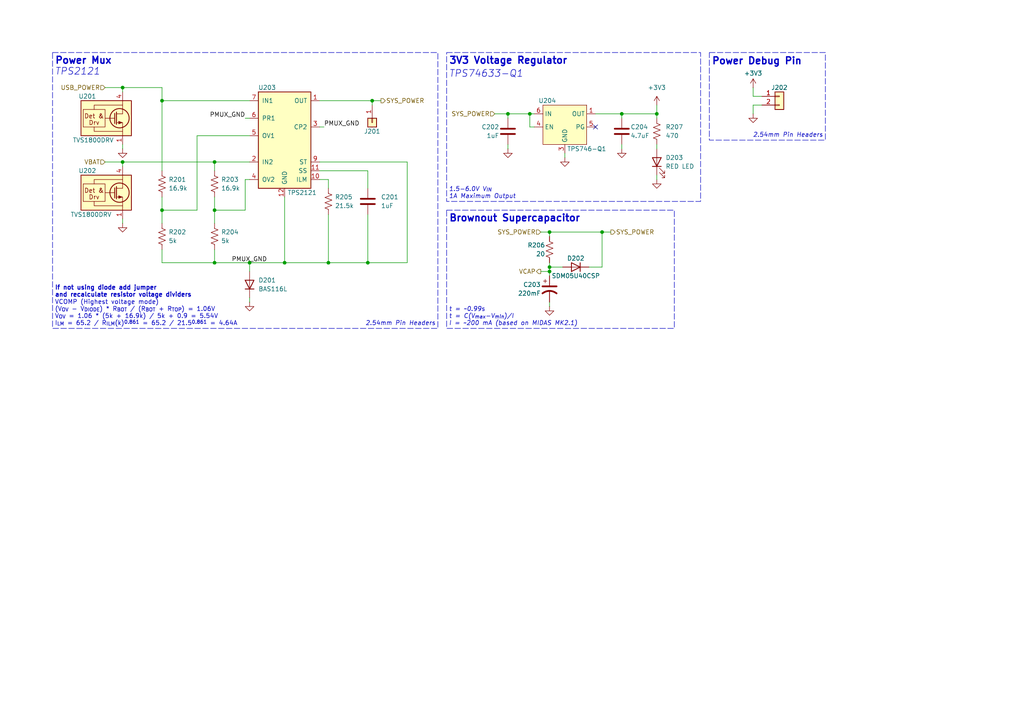
<source format=kicad_sch>
(kicad_sch (version 20250114) (generator "eeschema") (generator_version "9.0")
  (paper "A4")
  (title_block (title "MIDAS Mini Power Circuitry MK1") (date "2025-12-01") (rev "A") (company "Illinois Space Society") (comment 3 "Chethan Karandikar") (comment 4 "Contributors: Himesh Nasaka, Jackie Li, Aarav Dudhia, Thomas McManamen, "))
  (lib_symbols
    (symbol "Connector_Generic:Conn_01x01" (pin_names (offset 1.016) (hide yes))
      (property "Reference" "J" (at 0 2.54 0))
      (property "Value" "Conn_01x01" (at 0 -2.54 0))
      (symbol "Conn_01x01_1_1"
        (rectangle (start -1.27 1.27) (end 1.27 -1.27) (stroke (width 0.254)) (fill (type background)))
        (rectangle (start -1.27 0.127) (end 0 -0.127) (stroke (width 0.1524)))
        (pin passive line (at -5.08 0 0) (length 3.81) (name "Pin_1") (number "1"))
      )
    )
    (symbol "Connector_Generic:Conn_01x02" (pin_names (offset 1.016) (hide yes))
      (property "Reference" "J" (at 0 2.54 0))
      (property "Value" "Conn_01x02" (at 0 -5.08 0))
      (symbol "Conn_01x02_1_1"
        (rectangle (start -1.27 1.27) (end 1.27 -3.81) (stroke (width 0.254)) (fill (type background)))
        (rectangle (start -1.27 0.127) (end 0 -0.127) (stroke (width 0.1524)))
        (rectangle (start -1.27 -2.413) (end 0 -2.667) (stroke (width 0.1524)))
        (pin passive line (at -5.08 0 0) (length 3.81) (name "Pin_1") (number "1"))
        (pin passive line (at -5.08 -2.54 0) (length 3.81) (name "Pin_2") (number "2"))
      )
    )
    (symbol "Device:C" (pin_numbers (hide yes)) (pin_names (offset 0.254))
      (property "Reference" "C" (at 0.635 2.54 0))
      (property "Value" "C" (at 0.635 -2.54 0))
      (symbol "C_0_1"
        (polyline (pts (xy -2.032 0.762) (xy 2.032 0.762)) (stroke (width 0.508)))
        (polyline (pts (xy -2.032 -0.762) (xy 2.032 -0.762)) (stroke (width 0.508)))
      )
      (symbol "C_1_1"
        (pin passive line (at 0 3.81 270) (length 2.794) (name "~") (number "1"))
        (pin passive line (at 0 -3.81 90) (length 2.794) (name "~") (number "2"))
      )
    )
    (symbol "Device:C_Polarized_US" (pin_numbers (hide yes)) (pin_names (offset 0.254) (hide yes))
      (property "Reference" "C" (at 0.635 2.54 0))
      (property "Value" "C_Polarized_US" (at 0.635 -2.54 0))
      (symbol "C_Polarized_US_0_1"
        (polyline (pts (xy -2.032 0.762) (xy 2.032 0.762)) (stroke (width 0.508)))
        (polyline (pts (xy -1.778 2.286) (xy -0.762 2.286)))
        (polyline (pts (xy -1.27 1.778) (xy -1.27 2.794)))
        (arc (start -2.032 -1.27) (mid 0 -0.5572) (end 2.032 -1.27) (stroke (width 0.508)))
      )
      (symbol "C_Polarized_US_1_1"
        (pin passive line (at 0 3.81 270) (length 2.794) (name "~") (number "1"))
        (pin passive line (at 0 -3.81 90) (length 3.302) (name "~") (number "2"))
      )
    )
    (symbol "Device:D" (pin_numbers (hide yes)) (pin_names (offset 1.016) (hide yes))
      (property "Reference" "D" (at 0 2.54 0))
      (property "Value" "D" (at 0 -2.54 0))
      (symbol "D_0_1"
        (polyline (pts (xy -1.27 1.27) (xy -1.27 -1.27)) (stroke (width 0.254)))
        (polyline (pts (xy 1.27 1.27) (xy 1.27 -1.27) (xy -1.27 0) (xy 1.27 1.27)) (stroke (width 0.254)))
        (polyline (pts (xy 1.27 0) (xy -1.27 0)))
      )
      (symbol "D_1_1"
        (pin passive line (at -3.81 0 0) (length 2.54) (name "K") (number "1"))
        (pin passive line (at 3.81 0 180) (length 2.54) (name "A") (number "2"))
      )
    )
    (symbol "Device:LED" (pin_numbers (hide yes)) (pin_names (offset 1.016) (hide yes))
      (property "Reference" "D" (at 0 2.54 0))
      (property "Value" "LED" (at 0 -2.54 0))
      (symbol "LED_0_1"
        (polyline (pts (xy -3.048 -0.762) (xy -4.572 -2.286) (xy -3.81 -2.286) (xy -4.572 -2.286) (xy -4.572 -1.524)))
        (polyline (pts (xy -1.778 -0.762) (xy -3.302 -2.286) (xy -2.54 -2.286) (xy -3.302 -2.286) (xy -3.302 -1.524)))
        (polyline (pts (xy -1.27 0) (xy 1.27 0)))
        (polyline (pts (xy -1.27 -1.27) (xy -1.27 1.27)) (stroke (width 0.254)))
        (polyline (pts (xy 1.27 -1.27) (xy 1.27 1.27) (xy -1.27 0) (xy 1.27 -1.27)) (stroke (width 0.254)))
      )
      (symbol "LED_1_1"
        (pin passive line (at -3.81 0 0) (length 2.54) (name "K") (number "1"))
        (pin passive line (at 3.81 0 180) (length 2.54) (name "A") (number "2"))
      )
    )
    (symbol "Device:R_US" (pin_numbers (hide yes)) (pin_names (offset 0))
      (property "Reference" "R" (at 2.54 0 90))
      (property "Value" "R_US" (at -2.54 0 90))
      (symbol "R_US_0_1"
        (polyline (pts (xy 0 2.286) (xy 0 2.54)))
        (polyline (pts (xy 0 2.286) (xy 1.016 1.905) (xy 0 1.524) (xy -1.016 1.143) (xy 0 0.762)))
        (polyline (pts (xy 0 0.762) (xy 1.016 0.381) (xy 0 0) (xy -1.016 -0.381) (xy 0 -0.762)))
        (polyline (pts (xy 0 -0.762) (xy 1.016 -1.143) (xy 0 -1.524) (xy -1.016 -1.905) (xy 0 -2.286)))
        (polyline (pts (xy 0 -2.286) (xy 0 -2.54)))
      )
      (symbol "R_US_1_1"
        (pin passive line (at 0 3.81 270) (length 1.27) (name "~") (number "1"))
        (pin passive line (at 0 -3.81 90) (length 1.27) (name "~") (number "2"))
      )
    )
    (symbol "Power_MUX:TPS2121" (pin_names (offset 1.016))
      (property "Reference" "U" (at -6.35 16.51 0))
      (property "Value" "TPS2121" (at 3.81 16.51 0))
      (symbol "TPS2121_0_0"
        (rectangle (start -7.62 15.24) (end 7.62 -12.7) (stroke (width 0.254)) (fill (type background)))
        (pin power_in line (at -10.16 12.7 0) (length 2.54) (name "IN1") (number "7"))
        (pin input line (at -10.16 7.62 0) (length 2.54) (name "PR1") (number "6"))
        (pin input line (at -10.16 2.54 0) (length 2.54) (name "OV1") (number "5"))
        (pin power_in line (at -10.16 -5.08 0) (length 2.54) (name "IN2") (number "2"))
        (pin input line (at -10.16 -10.16 0) (length 2.54) (name "OV2") (number "4"))
        (pin power_in line (at 0 -15.24 90) (length 2.54) (name "GND") (number "12"))
        (pin input line (at 10.16 5.08 180) (length 2.54) (name "CP2") (number "3"))
        (pin output line (at 10.16 -5.08 180) (length 2.54) (name "ST") (number "9"))
        (pin output line (at 10.16 -7.62 180) (length 2.54) (name "SS") (number "11"))
        (pin output line (at 10.16 -10.16 180) (length 2.54) (name "ILM") (number "10"))
      )
      (symbol "TPS2121_1_0"
        (pin power_out line (at 10.16 12.7 180) (length 2.54) (name "OUT") (number "1"))
        (pin power_out line (at 10.16 12.7 180) (length 2.54) (hide yes) (name "OUT") (number "8"))
      )
    )
    (symbol "Power_Protection:TVS1800DRV" (pin_names (offset 0) (hide yes))
      (property "Reference" "U" (at 2.54 1.27 0))
      (property "Value" "TVS1800DRV" (at 2.54 -1.27 0))
      (symbol "TVS1800DRV_0_0"
        (rectangle (start -11.43 2.54) (end -5.08 -2.54))
        (polyline (pts (xy -8.255 2.54) (xy -8.255 3.81) (xy 0 3.81)))
        (polyline (pts (xy -8.255 -2.54) (xy -8.255 -3.81) (xy 0 -3.81)))
        (polyline (pts (xy 0 1.27) (xy -1.778 1.27)))
        (text "Det &" (at -8.255 0.635 0) (effects (font (size 1.27 1.27))))
        (text "Drv" (at -8.255 -1.27 0) (effects (font (size 1.27 1.27))))
      )
      (symbol "TVS1800DRV_0_1"
        (rectangle (start -12.065 5.08) (end 2.54 -5.08) (stroke (width 0.254)) (fill (type background)))
        (polyline (pts (xy -2.286 1.397) (xy -2.286 -1.524)) (stroke (width 0.254)))
        (polyline (pts (xy -2.286 0) (xy -5.08 0)))
        (polyline (pts (xy -1.778 1.778) (xy -1.778 -1.778)) (stroke (width 0.254)))
        (circle (center -0.889 0) (radius 2.794) (stroke (width 0.254)))
        (polyline (pts (xy -0.127 -1.27) (xy -1.143 -1.651) (xy -1.143 -0.889) (xy -0.127 -1.27)) (fill (type outline)))
        (polyline (pts (xy 0 5.08) (xy 0 2.54)))
        (polyline (pts (xy 0 2.54) (xy 0 1.27)))
        (polyline (pts (xy 0 -2.54) (xy 0 -5.08)))
        (polyline (pts (xy 0 -2.54) (xy 0 -1.27) (xy -1.778 -1.27)))
      )
      (symbol "TVS1800DRV_1_1"
        (pin passive line (at 0 7.62 270) (length 2.54) (name "IN") (number "4"))
        (pin passive line (at 0 7.62 270) (length 2.54) (hide yes) (name "IN") (number "5"))
        (pin passive line (at 0 7.62 270) (length 2.54) (hide yes) (name "IN") (number "6"))
        (pin power_in line (at 0 -7.62 90) (length 2.54) (name "GND") (number "1"))
        (pin passive line (at 0 -7.62 90) (length 2.54) (hide yes) (name "GND") (number "2"))
        (pin passive line (at 0 -7.62 90) (length 2.54) (hide yes) (name "GND") (number "3"))
        (pin passive line (at 0 -7.62 90) (length 2.54) (hide yes) (name "GND") (number "7"))
      )
    )
    (symbol "Regulator_Texas:TPS746-Q1"
      (property "Reference" "U" (at -6.35 8.89 0))
      (property "Value" "TPS746-Q1" (at 6.35 -5.08 0))
      (symbol "TPS746-Q1_0_0"
        (pin power_in line (at -8.89 5.08 0) (length 2.54) (name "IN") (number "6"))
        (pin input line (at -8.89 1.27 0) (length 2.54) (name "EN") (number "4"))
        (pin power_in line (at 0 -6.35 90) (length 2.54) (name "GND") (number "3"))
        (pin power_out line (at 8.89 5.08 180) (length 2.54) (name "OUT") (number "1"))
        (pin output line (at 8.89 1.27 180) (length 2.54) (name "PG") (number "5"))
      )
      (symbol "TPS746-Q1_1_0"
        (pin no_connect line (at -8.89 -2.54 0) (length 2.54) (hide yes) (name "NC") (number "2"))
      )
      (symbol "TPS746-Q1_1_1"
        (rectangle (start -6.35 7.62) (end 6.35 -3.81) (fill (type background)))
        (pin power_in line (at 0 -6.35 90) (length 2.54) (hide yes) (name "EP") (number "7"))
      )
    )
    (symbol "power:+3V3" (power) (pin_numbers (hide yes)) (pin_names (offset 0) (hide yes))
      (property "Value" "+3V3" (at 0 3.556 0))
      (symbol "+3V3_0_1"
        (polyline (pts (xy -0.762 1.27) (xy 0 2.54)))
        (polyline (pts (xy 0 2.54) (xy 0.762 1.27)))
        (polyline (pts (xy 0 0) (xy 0 2.54)))
      )
      (symbol "+3V3_1_1"
        (pin power_in line (at 0 0 90) (length 0) (name "~") (number "1"))
      )
    )
    (symbol "power:GND" (power) (pin_numbers (hide yes)) (pin_names (offset 0) (hide yes))
      (property "Value" "GND" (at 0 -3.81 0))
      (symbol "GND_0_1"
        (polyline (pts (xy 0 0) (xy 0 -1.27) (xy 1.27 -1.27) (xy 0 -2.54) (xy -1.27 -1.27) (xy 0 -1.27)))
      )
      (symbol "GND_1_1"
        (pin power_in line (at 0 0 270) (length 0) (name "~") (number "1"))
      )
    )
  )
  (rectangle (start 129.54 60.96) (end 195.58 95.25) (stroke (width 0) (type dash)))
  (rectangle (start 15.24 15.24) (end 127 95.25) (stroke (width 0) (type dash)))
  (rectangle (start 205.74 15.24) (end 239.395 40.64) (stroke (width 0) (type dash)))
  (rectangle (start 129.54 15.24) (end 203.2 58.42) (stroke (width 0) (type dash)))
  (text "VCOMP (Highest voltage mode)\n(V_{OV} - V_{DIODE}) * R_{BOT} / (R_{BOT} + R_{TOP}) = 1.06V\nV_{OV} = 1.06 * (5k + 16.9k) / 5k + 0.9 = 5.54V\nI_{LM} = 65.2 / R_{ILM}(k)^{0.861} = 65.2 / 21.5^{0.861} = 4.64A" (at 15.875 94.615 0) (effects (font (size 1.27 1.27) (thickness 0.1588)) (justify left bottom)))
  (text "t = ~0.99s\nt = C(V_{max}−V_{min})/I\nI = ~200 mA (based on MIDAS MK2.1)" (at 130.175 94.615 0) (effects (font (size 1.27 1.27) (italic yes)) (justify left bottom)))
  (text "Power Debug Pin\n\n" (at 206.375 22.225 0) (effects (font (size 2 2) (thickness 0.4) (bold yes)) (justify left bottom)))
  (text "3V3 Voltage Regulator" (at 130.175 16.51 0) (effects (font (size 2 2) (thickness 0.4) (bold yes)) (justify left top)))
  (text "2.54mm Pin Headers" (at 126.365 94.615 0) (effects (font (size 1.27 1.27) (italic yes)) (justify right bottom)))
  (text "1.5-6.0V V_{IN}\n1A Maximum Output" (at 130.175 57.785 0) (effects (font (size 1.27 1.27) (italic yes)) (justify left bottom)))
  (text "2.54mm Pin Headers" (at 238.76 40.005 0) (effects (font (size 1.27 1.27) (italic yes)) (justify right bottom)))
  (text "TPS2121" (at 15.875 19.685 0) (effects (font (size 2 2) (italic yes)) (justify left top)))
  (text "TPS74633-Q1" (at 130.175 20.32 0) (effects (font (size 2 2) (italic yes)) (justify left top)))
  (text "Power Mux" (at 15.875 16.51 0) (effects (font (size 2 2) (thickness 0.4) (bold yes)) (justify left top)))
  (text "If not using diode add jumper\nand recalculate resistor voltage dividers" (at 15.875 86.36 0) (effects (font (size 1.27 1.27) (bold yes)) (justify left bottom)))
  (text "Brownout Supercapacitor\n" (at 130.175 62.23 0) (effects (font (size 2 2) (thickness 0.4) (bold yes)) (justify left top)))
  (junction (at 107.95 29.21))
  (junction (at 174.625 67.31))
  (junction (at 106.68 76.2))
  (junction (at 153.67 33.02))
  (junction (at 82.55 76.2))
  (junction (at 159.385 78.74))
  (junction (at 62.23 60.96))
  (junction (at 35.56 46.99))
  (junction (at 95.25 76.2))
  (junction (at 35.56 25.4))
  (junction (at 180.34 33.02))
  (junction (at 62.23 76.2))
  (junction (at 46.99 29.21))
  (junction (at 46.99 60.96))
  (junction (at 159.385 77.47))
  (junction (at 159.385 67.31))
  (junction (at 147.32 33.02))
  (junction (at 72.39 76.2))
  (junction (at 62.23 46.99))
  (junction (at 190.5 33.02))
  (no_connect (at 172.72 36.83))
  (wire (pts (xy 62.23 46.99) (xy 72.39 46.99)))
  (wire (pts (xy 107.95 30.48) (xy 107.95 29.21)))
  (wire (pts (xy 35.56 46.99) (xy 62.23 46.99)))
  (wire (pts (xy 107.95 29.21) (xy 110.49 29.21)))
  (wire (pts (xy 174.625 77.47) (xy 170.815 77.47)))
  (wire (pts (xy 95.25 76.2) (xy 106.68 76.2)))
  (wire (pts (xy 35.56 41.91) (xy 35.56 43.18)))
  (wire (pts (xy 174.625 67.31) (xy 177.165 67.31)))
  (wire (pts (xy 46.99 29.21) (xy 46.99 49.53)))
  (wire (pts (xy 118.11 76.2) (xy 118.11 46.99)))
  (wire (pts (xy 71.12 34.29) (xy 72.39 34.29)))
  (wire (pts (xy 46.99 29.21) (xy 72.39 29.21)))
  (wire (pts (xy 30.48 46.99) (xy 35.56 46.99)))
  (wire (pts (xy 147.32 41.91) (xy 147.32 43.18)))
  (wire (pts (xy 62.23 60.96) (xy 71.12 60.96)))
  (wire (pts (xy 92.71 29.21) (xy 107.95 29.21)))
  (wire (pts (xy 82.55 76.2) (xy 95.25 76.2)))
  (wire (pts (xy 147.32 33.02) (xy 153.67 33.02)))
  (wire (pts (xy 62.23 57.15) (xy 62.23 60.96)))
  (wire (pts (xy 72.39 52.07) (xy 71.12 52.07)))
  (wire (pts (xy 156.845 67.31) (xy 159.385 67.31)))
  (wire (pts (xy 143.51 33.02) (xy 147.32 33.02)))
  (wire (pts (xy 159.385 67.31) (xy 159.385 68.58)))
  (wire (pts (xy 163.83 45.72) (xy 163.83 44.45)))
  (wire (pts (xy 93.98 36.83) (xy 92.71 36.83)))
  (wire (pts (xy 172.72 33.02) (xy 180.34 33.02)))
  (wire (pts (xy 156.845 78.74) (xy 159.385 78.74)))
  (wire (pts (xy 92.71 52.07) (xy 95.25 52.07)))
  (wire (pts (xy 106.68 49.53) (xy 106.68 54.61)))
  (wire (pts (xy 92.71 46.99) (xy 118.11 46.99)))
  (wire (pts (xy 35.56 46.99) (xy 35.56 48.26)))
  (wire (pts (xy 159.385 77.47) (xy 159.385 78.74)))
  (wire (pts (xy 159.385 76.2) (xy 159.385 77.47)))
  (wire (pts (xy 153.67 33.02) (xy 154.94 33.02)))
  (wire (pts (xy 159.385 78.74) (xy 159.385 80.01)))
  (wire (pts (xy 147.32 34.29) (xy 147.32 33.02)))
  (wire (pts (xy 46.99 25.4) (xy 46.99 29.21)))
  (wire (pts (xy 180.34 33.02) (xy 180.34 34.29)))
  (wire (pts (xy 62.23 60.96) (xy 62.23 64.77)))
  (wire (pts (xy 57.15 39.37) (xy 72.39 39.37)))
  (wire (pts (xy 218.44 30.48) (xy 220.98 30.48)))
  (wire (pts (xy 159.385 87.63) (xy 159.385 88.9)))
  (wire (pts (xy 62.23 46.99) (xy 62.23 49.53)))
  (wire (pts (xy 62.23 72.39) (xy 62.23 76.2)))
  (wire (pts (xy 190.5 30.48) (xy 190.5 33.02)))
  (wire (pts (xy 35.56 63.5) (xy 35.56 64.77)))
  (wire (pts (xy 180.34 33.02) (xy 190.5 33.02)))
  (wire (pts (xy 220.98 27.94) (xy 218.44 27.94)))
  (wire (pts (xy 218.44 27.94) (xy 218.44 25.4)))
  (wire (pts (xy 159.385 77.47) (xy 163.195 77.47)))
  (wire (pts (xy 72.39 76.2) (xy 72.39 78.74)))
  (wire (pts (xy 92.71 49.53) (xy 106.68 49.53)))
  (wire (pts (xy 106.68 62.23) (xy 106.68 76.2)))
  (wire (pts (xy 46.99 60.96) (xy 57.15 60.96)))
  (wire (pts (xy 190.5 50.8) (xy 190.5 52.07)))
  (wire (pts (xy 72.39 76.2) (xy 82.55 76.2)))
  (wire (pts (xy 159.385 67.31) (xy 174.625 67.31)))
  (wire (pts (xy 218.44 33.02) (xy 218.44 30.48)))
  (wire (pts (xy 71.12 52.07) (xy 71.12 60.96)))
  (wire (pts (xy 57.15 60.96) (xy 57.15 39.37)))
  (wire (pts (xy 95.25 62.23) (xy 95.25 76.2)))
  (wire (pts (xy 180.34 41.91) (xy 180.34 43.18)))
  (wire (pts (xy 72.39 86.36) (xy 72.39 87.63)))
  (wire (pts (xy 106.68 76.2) (xy 118.11 76.2)))
  (wire (pts (xy 62.23 76.2) (xy 72.39 76.2)))
  (wire (pts (xy 30.48 25.4) (xy 35.56 25.4)))
  (wire (pts (xy 174.625 67.31) (xy 174.625 77.47)))
  (wire (pts (xy 46.99 60.96) (xy 46.99 64.77)))
  (wire (pts (xy 95.25 52.07) (xy 95.25 54.61)))
  (wire (pts (xy 35.56 25.4) (xy 46.99 25.4)))
  (wire (pts (xy 190.5 41.91) (xy 190.5 43.18)))
  (wire (pts (xy 153.67 36.83) (xy 154.94 36.83)))
  (wire (pts (xy 190.5 34.29) (xy 190.5 33.02)))
  (wire (pts (xy 35.56 25.4) (xy 35.56 26.67)))
  (wire (pts (xy 46.99 57.15) (xy 46.99 60.96)))
  (wire (pts (xy 82.55 57.15) (xy 82.55 76.2)))
  (wire (pts (xy 153.67 33.02) (xy 153.67 36.83)))
  (wire (pts (xy 46.99 76.2) (xy 62.23 76.2)))
  (wire (pts (xy 46.99 72.39) (xy 46.99 76.2)))
  (label "PMUX_GND" (at 71.12 34.29 180))
  (label "PMUX_GND" (at 93.98 36.83 0))
  (label "PMUX_GND" (at 77.47 76.2 180))
  (hierarchical_label "SYS_POWER" (shape input) (at 143.51 33.02 180))
  (hierarchical_label "VCAP" (shape output) (at 156.845 78.74 180))
  (hierarchical_label "VBAT" (shape input) (at 30.48 46.99 180))
  (hierarchical_label "SYS_POWER" (shape output) (at 177.165 67.31 0))
  (hierarchical_label "USB_POWER" (shape input) (at 30.48 25.4 180))
  (hierarchical_label "SYS_POWER" (shape output) (at 110.49 29.21 0))
  (hierarchical_label "SYS_POWER" (shape input) (at 156.845 67.31 180))
  (symbol (lib_id "power:GND") (at 35.56 43.18 0) (unit 1)
    (property "Reference" "#PWR0201" (effects (hide yes)))
    (property "Value" "GND" (effects (hide yes)))
  )
  (symbol (lib_id "power:+3V3") (at 190.5 30.48 0) (unit 1)
    (property "Reference" "#PWR0210" (effects (hide yes)))
    (property "Value" "+3V3" (at 190.5 25.4 0))
    (property "Description" "Power symbol creates a global label with name \"+3V3\"" (effects (hide yes)))
  )
  (symbol (lib_id "power:GND") (at 190.5 52.07 0) (unit 1)
    (property "Reference" "#PWR0211" (effects (hide yes)))
    (property "Value" "GND" (effects (hide yes)))
    (property "Description" "Power symbol creates a global label with name \"GND\" , ground" (effects (hide yes)))
  )
  (symbol (lib_id "power:GND") (at 163.83 45.72 0) (unit 1)
    (property "Reference" "#PWR0208" (effects (hide yes)))
    (property "Value" "GND" (effects (hide yes)))
    (property "Description" "Power symbol creates a global label with name \"GND\" , ground" (effects (hide yes)))
  )
  (symbol (lib_id "Power_MUX:TPS2121") (at 82.55 41.91 0) (unit 1)
    (property "Reference" "U203" (at 77.47 25.4 0))
    (property "Value" "TPS2121" (at 87.63 55.88 0))
    (property "Footprint" "Package_DFN_QFN:Texas_VQFN-HR-12_2x2.5mm_P0.5mm" (effects (hide yes)))
    (property "Datasheet" "https://www.ti.com/lit/ds/symlink/tps2121.pdf?ts=1705304589947&ref_url=http%253A%252F%252Fwww.ti.com%252Ftool%252FTIDA-010008" (effects (hide yes)))
  )
  (symbol (lib_id "Device:R_US") (at 190.5 38.1 0) (unit 1)
    (property "Reference" "R207" (at 193.04 36.83 0) (effects (justify left)))
    (property "Value" "470" (at 193.04 39.37 0) (effects (justify left)))
    (property "Footprint" "Resistor_SMD:R_0402_1005Metric" (effects (hide yes)))
  )
  (symbol (lib_id "Device:LED") (at 190.5 46.99 90) (unit 1)
    (property "Reference" "D203" (at 193.04 45.72 90) (effects (justify right)))
    (property "Value" "RED LED" (at 193.04 48.26 90) (effects (justify right)))
    (property "Footprint" "LED_SMD:LED_0603_1608Metric" (effects (hide yes)))
    (property "Datasheet" "https://www.kingbrightusa.com/images/catalog/SPEC/APT1608SURCK.pdf" (effects (hide yes)))
  )
  (symbol (lib_id "Power_Protection:TVS1800DRV") (at 35.56 34.29 0) (unit 1)
    (property "Reference" "U201" (at 27.94 27.94 0) (effects (justify right)))
    (property "Value" "TVS1800DRV" (at 33.02 40.64 0) (effects (justify right)))
    (property "Footprint" "Package_SON:WSON-6-1EP_2x2mm_P0.65mm_EP1x1.6mm" (effects (hide yes)))
    (property "Datasheet" "http://www.ti.com/lit/ds/symlink/tvs1800.pdf" (effects (hide yes)))
    (property "Description" "Flat-Clamp Surge Protection Device. 18Vrwm, WSON-6" (effects (hide yes)))
  )
  (symbol (lib_id "Device:R_US") (at 95.25 58.42 180) (unit 1)
    (property "Reference" "R205" (at 97.155 57.15 0) (effects (justify right)))
    (property "Value" "21.5k" (at 97.155 59.69 0) (effects (justify right)))
    (property "Footprint" "Resistor_SMD:R_0402_1005Metric" (effects (hide yes)))
  )
  (symbol (lib_id "Device:C") (at 147.32 38.1 0) (unit 1)
    (property "Reference" "C202" (at 144.78 36.83 0) (effects (justify right)))
    (property "Value" "1uF" (at 144.78 39.37 0) (effects (justify right)))
    (property "Footprint" "Capacitor_SMD:C_0402_1005Metric" (effects (hide yes)))
    (property "Description" "Unpolarized capacitor" (effects (hide yes)))
  )
  (symbol (lib_id "Device:C_Polarized_US") (at 159.385 83.82 0) (unit 1)
    (property "Reference" "C203" (at 156.845 82.55 0) (effects (justify right)))
    (property "Value" "220mF" (at 156.845 85.09 0) (effects (justify right)))
    (property "Footprint" "Capacitor_SMD:CP_Elec_10x10.5" (effects (hide yes)))
    (property "Datasheet" "https://www.mouser.com/ProductDetail/KEMET/FC0H224ZFTBR24?qs=BenOyfdfAro%2F7lbQB8e4%252BQ%3D%3D" (effects (hide yes)))
    (property "Description" "FC0H224ZFTBR24" (effects (hide yes)))
  )
  (symbol (lib_id "Power_Protection:TVS1800DRV") (at 35.56 55.88 0) (unit 1)
    (property "Reference" "U202" (at 27.94 49.53 0) (effects (justify right)))
    (property "Value" "TVS1800DRV" (at 32.385 62.23 0) (effects (justify right)))
    (property "Footprint" "Package_SON:WSON-6-1EP_2x2mm_P0.65mm_EP1x1.6mm" (effects (hide yes)))
    (property "Datasheet" "http://www.ti.com/lit/ds/symlink/tvs1800.pdf" (effects (hide yes)))
    (property "Description" "Flat-Clamp Surge Protection Device. 18Vrwm, WSON-6" (effects (hide yes)))
  )
  (symbol (lib_id "power:GND") (at 159.385 88.9 0) (unit 1)
    (property "Reference" "#PWR0207" (effects (hide yes)))
    (property "Value" "GND" (effects (hide yes)))
    (property "Description" "Power symbol creates a global label with name \"GND\" , ground" (effects (hide yes)))
  )
  (symbol (lib_id "power:GND") (at 180.34 43.18 0) (unit 1)
    (property "Reference" "#PWR0209" (effects (hide yes)))
    (property "Value" "GND" (effects (hide yes)))
    (property "Description" "Power symbol creates a global label with name \"GND\" , ground" (effects (hide yes)))
  )
  (symbol (lib_id "power:GND") (at 72.39 87.63 0) (unit 1)
    (property "Reference" "#PWR0204" (effects (hide yes)))
    (property "Value" "GND" (effects (hide yes)))
  )
  (symbol (lib_id "Device:D") (at 167.005 77.47 180) (unit 1)
    (property "Reference" "D202" (at 167.005 74.93 0))
    (property "Value" "SDM05U40CSP" (at 167.005 80.01 0))
    (property "Footprint" "Diode_SMD:D_SOD-882" (effects (hide yes)))
    (property "Datasheet" "https://www.diodes.com/assets/Datasheets/SDM05U40CSP.pdf" (effects (hide yes)))
    (property "Description" "Diode" (effects (hide yes)))
    (property "Sim.Device" "D" (effects (hide yes)))
    (property "Sim.Pins" "1=K 2=A" (effects (hide yes)))
  )
  (symbol (lib_id "Device:R_US") (at 46.99 68.58 0) (unit 1)
    (property "Reference" "R202" (at 48.895 67.31 0) (effects (justify left)))
    (property "Value" "5k" (at 48.895 69.85 0) (effects (justify left)))
    (property "Footprint" "Resistor_SMD:R_0402_1005Metric" (effects (hide yes)))
  )
  (symbol (lib_id "Device:R_US") (at 62.23 53.34 0) (unit 1)
    (property "Reference" "R203" (at 64.135 52.07 0) (effects (justify left)))
    (property "Value" "16.9k" (at 64.135 54.61 0) (effects (justify left)))
    (property "Footprint" "Resistor_SMD:R_0402_1005Metric" (effects (hide yes)))
  )
  (symbol (lib_id "Regulator_Texas:TPS746-Q1") (at 163.83 38.1 0) (unit 1)
    (property "Reference" "U204" (at 158.75 29.21 0))
    (property "Value" "TPS746-Q1" (at 170.18 43.18 0))
    (property "Footprint" "Package_SON:WSON-6-1EP_2x2mm_P0.65mm_EP1x1.6mm" (effects (hide yes)))
    (property "Datasheet" "https://www.ti.com/lit/ds/symlink/tps746-q1.pdf" (effects (hide yes)))
    (property "Description" "Automotive 1A LDO With Power-Good, 1.5-6V Input, WSON-6" (effects (hide yes)))
  )
  (symbol (lib_id "Device:C") (at 106.68 58.42 180) (unit 1)
    (property "Reference" "C201" (at 110.49 57.15 0) (effects (justify right)))
    (property "Value" "1uF" (at 110.49 59.69 0) (effects (justify right)))
    (property "Footprint" "Capacitor_SMD:C_0402_1005Metric" (effects (hide yes)))
  )
  (symbol (lib_id "power:GND") (at 35.56 64.77 0) (unit 1)
    (property "Reference" "#PWR0202" (effects (hide yes)))
    (property "Value" "GND" (effects (hide yes)))
  )
  (symbol (lib_id "Device:R_US") (at 159.385 72.39 180) (unit 1)
    (property "Reference" "R206" (at 158.115 71.12 0) (effects (justify left)))
    (property "Value" "20" (at 158.115 73.66 0) (effects (justify left)))
    (property "Footprint" "Resistor_SMD:R_0612_1632Metric" (effects (hide yes)))
    (property "Datasheet" "https://www.digikey.com/en/products/detail/rohm-semiconductor/LTR18EZPF20R0/16686729" (effects (hide yes)))
  )
  (symbol (lib_id "Device:R_US") (at 62.23 68.58 0) (unit 1)
    (property "Reference" "R204" (at 64.135 67.31 0) (effects (justify left)))
    (property "Value" "5k" (at 64.135 69.85 0) (effects (justify left)))
    (property "Footprint" "Resistor_SMD:R_0402_1005Metric" (effects (hide yes)))
  )
  (symbol (lib_id "Device:C") (at 180.34 38.1 0) (unit 1)
    (property "Reference" "C204" (at 182.88 36.83 0) (effects (justify left)))
    (property "Value" "4.7uF" (at 182.88 39.37 0) (effects (justify left)))
    (property "Footprint" "Capacitor_SMD:C_0402_1005Metric" (effects (hide yes)))
    (property "Description" "Unpolarized capacitor" (effects (hide yes)))
  )
  (symbol (lib_id "Connector_Generic:Conn_01x02") (at 226.06 27.94 0) (unit 1)
    (property "Reference" "J202" (at 226.06 25.4 0))
    (property "Value" "Conn_01x02" (effects (hide yes)))
    (property "Footprint" "Connector_PinSocket_2.54mm:PinSocket_1x02_P2.54mm_Vertical" (effects (hide yes)))
  )
  (symbol (lib_id "Device:R_US") (at 46.99 53.34 0) (unit 1)
    (property "Reference" "R201" (at 48.895 52.07 0) (effects (justify left)))
    (property "Value" "16.9k" (at 48.895 54.61 0) (effects (justify left)))
    (property "Footprint" "Resistor_SMD:R_0402_1005Metric" (effects (hide yes)))
  )
  (symbol (lib_id "Device:D") (at 72.39 82.55 90) (unit 1)
    (property "Reference" "D201" (at 74.93 81.2799 90) (effects (justify right)))
    (property "Value" "BAS116L" (at 74.93 83.8199 90) (effects (justify right)))
    (property "Footprint" "Diode_SMD:D_SOD-882" (effects (hide yes)))
    (property "Datasheet" "https://assets.nexperia.com/documents/data-sheet/BAS116L.pdf" (effects (hide yes)))
  )
  (symbol (lib_id "Connector_Generic:Conn_01x01") (at 107.95 35.56 270) (unit 1)
    (property "Reference" "J201" (at 107.95 38.1 90))
    (property "Value" "TestPoint" (effects (hide yes)))
    (property "Footprint" "TestPoint:TestPoint_THTPad_1.5x1.5mm_Drill0.7mm" (effects (hide yes)))
  )
  (symbol (lib_id "power:GND") (at 147.32 43.18 0) (unit 1)
    (property "Reference" "#PWR0206" (effects (hide yes)))
    (property "Value" "GND" (effects (hide yes)))
    (property "Description" "Power symbol creates a global label with name \"GND\" , ground" (effects (hide yes)))
  )
  (symbol (lib_id "power:+3V3") (at 218.44 25.4 0) (unit 1)
    (property "Reference" "#PWR0212" (effects (hide yes)))
    (property "Value" "+3V3" (at 218.44 21.2669 0))
  )
  (symbol (lib_id "power:GND") (at 218.44 33.02 0) (unit 1)
    (property "Reference" "#PWR0213" (effects (hide yes)))
    (property "Value" "GND" (effects (hide yes)))
  )
)
</source>
